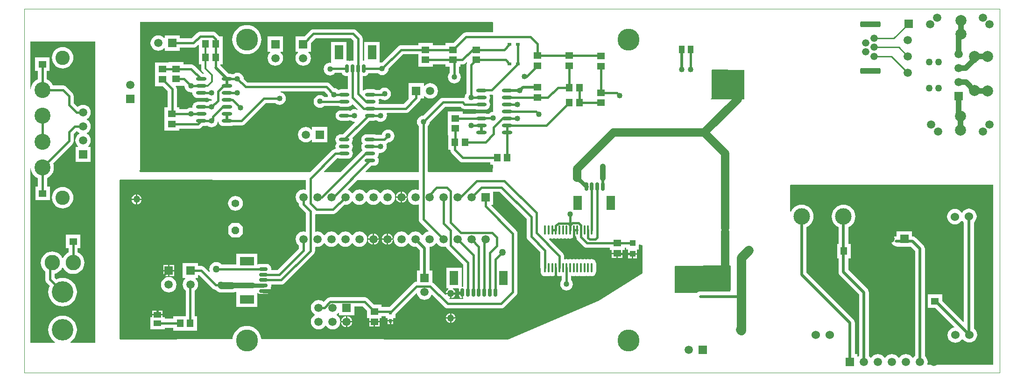
<source format=gtl>
%FSLAX25Y25*%
%MOIN*%
G70*
G01*
G75*
G04 Layer_Physical_Order=1*
G04 Layer_Color=255*
G04:AMPARAMS|DCode=10|XSize=23.62mil|YSize=61.02mil|CornerRadius=5.91mil|HoleSize=0mil|Usage=FLASHONLY|Rotation=0.000|XOffset=0mil|YOffset=0mil|HoleType=Round|Shape=RoundedRectangle|*
%AMROUNDEDRECTD10*
21,1,0.02362,0.04921,0,0,0.0*
21,1,0.01181,0.06102,0,0,0.0*
1,1,0.01181,0.00591,-0.02461*
1,1,0.01181,-0.00591,-0.02461*
1,1,0.01181,-0.00591,0.02461*
1,1,0.01181,0.00591,0.02461*
%
%ADD10ROUNDEDRECTD10*%
%ADD11R,0.05906X0.09843*%
%ADD12O,0.07480X0.02362*%
%ADD13O,0.01378X0.07087*%
%ADD14R,0.09843X0.05906*%
G04:AMPARAMS|DCode=15|XSize=23.62mil|YSize=61.02mil|CornerRadius=5.91mil|HoleSize=0mil|Usage=FLASHONLY|Rotation=270.000|XOffset=0mil|YOffset=0mil|HoleType=Round|Shape=RoundedRectangle|*
%AMROUNDEDRECTD15*
21,1,0.02362,0.04921,0,0,270.0*
21,1,0.01181,0.06102,0,0,270.0*
1,1,0.01181,-0.02461,-0.00591*
1,1,0.01181,-0.02461,0.00591*
1,1,0.01181,0.02461,0.00591*
1,1,0.01181,0.02461,-0.00591*
%
%ADD15ROUNDEDRECTD15*%
%ADD16R,0.04724X0.05315*%
%ADD17R,0.05315X0.04724*%
%ADD18R,0.05709X0.04528*%
%ADD19R,0.04528X0.05709*%
%ADD20R,0.04134X0.04331*%
%ADD21R,0.05315X0.03937*%
%ADD22R,0.03937X0.05315*%
%ADD23R,0.03150X0.01969*%
%ADD24R,0.01969X0.03150*%
%ADD25C,0.02000*%
%ADD26C,0.01500*%
%ADD27C,0.03000*%
%ADD28C,0.01300*%
%ADD29C,0.05000*%
%ADD30C,0.04000*%
%ADD31C,0.06500*%
%ADD32C,0.06000*%
%ADD33C,0.03937*%
%ADD34C,0.01000*%
%ADD35C,0.00100*%
%ADD36C,0.05906*%
%ADD37R,0.05906X0.05906*%
%ADD38C,0.11024*%
%ADD39C,0.15354*%
%ADD40C,0.06000*%
%ADD41C,0.11417*%
%ADD42R,0.05906X0.05906*%
%ADD43P,0.05966X8X112.5*%
%ADD44C,0.05512*%
%ADD45C,0.11811*%
%ADD46C,0.07874*%
%ADD47C,0.05213*%
G04:AMPARAMS|DCode=48|XSize=42.52mil|YSize=145.67mil|CornerRadius=10.63mil|HoleSize=0mil|Usage=FLASHONLY|Rotation=270.000|XOffset=0mil|YOffset=0mil|HoleType=Round|Shape=RoundedRectangle|*
%AMROUNDEDRECTD48*
21,1,0.04252,0.12441,0,0,270.0*
21,1,0.02126,0.14567,0,0,270.0*
1,1,0.02126,-0.06221,-0.01063*
1,1,0.02126,-0.06221,0.01063*
1,1,0.02126,0.06221,0.01063*
1,1,0.02126,0.06221,-0.01063*
%
%ADD48ROUNDEDRECTD48*%
%ADD49C,0.05000*%
%ADD50C,0.04000*%
%ADD51C,0.02000*%
%ADD52C,0.06200*%
%ADD53C,0.02284*%
%ADD54C,0.10236*%
%ADD55C,0.15700*%
G36*
X50450Y21600D02*
X32844D01*
X32723Y22085D01*
X32932Y22197D01*
X34481Y23468D01*
X35753Y25018D01*
X36698Y26786D01*
X37280Y28705D01*
X37477Y30700D01*
X37280Y32695D01*
X36698Y34613D01*
X35753Y36381D01*
X34481Y37931D01*
X32932Y39202D01*
X31164Y40148D01*
X29245Y40729D01*
X27250Y40926D01*
X25255Y40729D01*
X23337Y40148D01*
X21569Y39202D01*
X20019Y37931D01*
X18747Y36381D01*
X17802Y34613D01*
X17220Y32695D01*
X17024Y30700D01*
X17220Y28705D01*
X17802Y26786D01*
X18747Y25018D01*
X20019Y23468D01*
X21569Y22197D01*
X21778Y22085D01*
X21656Y21600D01*
X4050D01*
Y146190D01*
X4550Y146214D01*
X4660Y145090D01*
X5130Y143543D01*
X5892Y142117D01*
X6918Y140867D01*
X8168Y139841D01*
X9594Y139079D01*
X9672Y139055D01*
Y133104D01*
X7793D01*
Y123380D01*
X18108D01*
Y133104D01*
X16228D01*
Y139251D01*
X17333Y139841D01*
X18583Y140867D01*
X19609Y142117D01*
X20371Y143543D01*
X20840Y145090D01*
X20999Y146700D01*
X20840Y148309D01*
X20411Y149724D01*
X34168Y163482D01*
X34168Y163482D01*
X34168Y163482D01*
X34689Y164161D01*
X34853Y164556D01*
X35017Y164951D01*
X35072Y165375D01*
X35128Y165800D01*
Y170742D01*
X37101Y172715D01*
X37600Y172682D01*
X37961Y172211D01*
X39083Y171350D01*
Y170850D01*
X37961Y169989D01*
X37087Y168850D01*
X36538Y167524D01*
X36351Y166100D01*
X36538Y164676D01*
X37087Y163350D01*
X37961Y162211D01*
X38202Y162026D01*
X38041Y161553D01*
X36398D01*
Y150647D01*
X47303D01*
Y161553D01*
X45659D01*
X45498Y162026D01*
X45739Y162211D01*
X46613Y163350D01*
X47163Y164676D01*
X47350Y166100D01*
X47163Y167524D01*
X46613Y168850D01*
X45739Y169989D01*
X44617Y170850D01*
Y171350D01*
X45739Y172211D01*
X46613Y173350D01*
X47163Y174677D01*
X47350Y176100D01*
X47163Y177524D01*
X46613Y178850D01*
X45739Y179989D01*
X44617Y180850D01*
Y181350D01*
X45739Y182211D01*
X46613Y183350D01*
X47163Y184677D01*
X47350Y186100D01*
X47163Y187523D01*
X46613Y188850D01*
X45739Y189989D01*
X44600Y190863D01*
X43274Y191412D01*
X41850Y191600D01*
X40427Y191412D01*
X39100Y190863D01*
X37961Y189989D01*
X37807Y189979D01*
X35128Y192658D01*
Y197800D01*
X35017Y198648D01*
X34689Y199439D01*
X34394Y199823D01*
X34168Y200118D01*
X29769Y204518D01*
X29090Y205038D01*
X28694Y205202D01*
X28299Y205366D01*
X27875Y205422D01*
X27451Y205478D01*
X20306D01*
X19609Y206782D01*
X18583Y208032D01*
X17333Y209058D01*
X16028Y209755D01*
Y215696D01*
X17908D01*
Y225420D01*
X7593D01*
Y215696D01*
X9472D01*
Y209755D01*
X8168Y209058D01*
X6918Y208032D01*
X5892Y206782D01*
X5130Y205356D01*
X4660Y203809D01*
X4550Y202685D01*
X4050Y202709D01*
Y236800D01*
X50450D01*
Y21600D01*
D02*
G37*
G36*
X334514Y198601D02*
X334482Y186530D01*
X333376Y186384D01*
X332281Y185931D01*
X331430Y185278D01*
X329887D01*
X329650Y185376D01*
X328689Y185503D01*
X323571D01*
X322610Y185376D01*
X321866Y185068D01*
X312805D01*
Y186706D01*
X302096D01*
Y177178D01*
Y169894D01*
X302523D01*
Y159546D01*
X304009D01*
Y159363D01*
X304065Y158939D01*
X304121Y158515D01*
X304285Y158119D01*
X304449Y157724D01*
X304969Y157045D01*
X310632Y151382D01*
X311311Y150861D01*
X312102Y150534D01*
X312950Y150422D01*
X313710Y150522D01*
X332546D01*
Y148643D01*
X334029D01*
X334382Y148289D01*
X334369Y143500D01*
X288382Y143482D01*
X288028Y143835D01*
Y176180D01*
X288681Y177031D01*
X289135Y178125D01*
X289274Y179188D01*
X300108Y190022D01*
X311392D01*
X311943Y189472D01*
X312237Y189246D01*
X312621Y188951D01*
X313017Y188787D01*
X313412Y188623D01*
X313836Y188568D01*
X314261Y188512D01*
X321866D01*
X322610Y188203D01*
X323571Y188077D01*
X328689D01*
X329650Y188203D01*
X330545Y188574D01*
X331314Y189164D01*
X331904Y189933D01*
X332275Y190829D01*
X332402Y191790D01*
X332275Y192751D01*
X331904Y193646D01*
X331411Y194290D01*
X331904Y194933D01*
X332275Y195829D01*
X332402Y196790D01*
X332275Y197751D01*
X331988Y198444D01*
X332266Y198860D01*
X333598D01*
X334023Y198916D01*
X334138Y198931D01*
X334514Y198601D01*
D02*
G37*
G36*
X513850Y216583D02*
Y195344D01*
X489899D01*
X489708Y195806D01*
X490450Y196548D01*
Y216388D01*
X490805Y216741D01*
X513850Y216583D01*
D02*
G37*
G36*
X504107Y76426D02*
X504050Y60000D01*
X503952Y58130D01*
X492805D01*
X492697Y58116D01*
X482386D01*
X481472Y57996D01*
X480621Y57643D01*
X479900Y57090D01*
X464368D01*
Y76086D01*
X464772Y76490D01*
X503753Y76779D01*
X504107Y76426D01*
D02*
G37*
G36*
X295230Y91687D02*
X296369Y90813D01*
X297695Y90263D01*
X299119Y90076D01*
X300542Y90263D01*
X300542Y90263D01*
X300542Y90263D01*
X300873Y90363D01*
X300873Y90363D01*
X300873D01*
X301037Y89967D01*
X301200Y89572D01*
X301721Y88893D01*
X313189Y77425D01*
Y61622D01*
X313141Y61582D01*
X312103D01*
Y75221D01*
X301198D01*
Y60379D01*
X302553D01*
X302650Y59888D01*
X302485Y59820D01*
X301754Y59259D01*
X301193Y58528D01*
X300840Y57676D01*
X300786Y57263D01*
X307715D01*
X307660Y57676D01*
X307308Y58528D01*
X306747Y59259D01*
X306015Y59820D01*
X305850Y59888D01*
X305948Y60379D01*
X310027D01*
X310344Y59992D01*
X310338Y59961D01*
Y58000D01*
X312550D01*
Y57500D01*
X312759D01*
Y55039D01*
X312865Y54233D01*
X313050Y53786D01*
Y53418D01*
X313119D01*
X313151Y53365D01*
X313271Y52765D01*
X313228Y52678D01*
X303620D01*
X303356Y53103D01*
X303470Y53335D01*
X303750Y53298D01*
Y56263D01*
X300786D01*
X300823Y55983D01*
X300374Y55761D01*
X291915Y64221D01*
X291236Y64742D01*
X291053Y64818D01*
Y73153D01*
X289130D01*
Y89095D01*
X289060Y89628D01*
X289075Y89744D01*
X289353Y90107D01*
X290542Y90263D01*
X291869Y90813D01*
X293008Y91687D01*
X293869Y92809D01*
X294369D01*
X295230Y91687D01*
D02*
G37*
G36*
X200772Y137889D02*
Y131237D01*
X200396Y130907D01*
X199119Y131075D01*
X197696Y130888D01*
X196369Y130339D01*
X195230Y129465D01*
X194356Y128325D01*
X193807Y126999D01*
X193619Y125576D01*
X193807Y124152D01*
X194356Y122826D01*
X195230Y121687D01*
X195772Y121271D01*
Y120600D01*
X195828Y120176D01*
X195884Y119752D01*
X196048Y119356D01*
X196211Y118961D01*
X196732Y118282D01*
X196732Y118282D01*
X196732Y118282D01*
X200872Y114142D01*
Y101224D01*
X200496Y100894D01*
X199119Y101075D01*
X197696Y100888D01*
X196369Y100339D01*
X195230Y99464D01*
X194356Y98326D01*
X193807Y96999D01*
X193619Y95576D01*
X193807Y94152D01*
X194356Y92826D01*
X195230Y91687D01*
X195772Y91271D01*
Y88658D01*
X180593Y73478D01*
X176156D01*
X176128Y73510D01*
Y74691D01*
X176022Y75497D01*
X175710Y76249D01*
X175215Y76895D01*
X174570Y77390D01*
X173818Y77701D01*
X173011Y77808D01*
X168090D01*
X167283Y77701D01*
X166587Y77413D01*
X166435Y77515D01*
X166172Y77859D01*
Y85153D01*
X151329D01*
Y77378D01*
X140737D01*
X140516Y77666D01*
X139472Y78468D01*
X138256Y78971D01*
X136950Y79143D01*
X135645Y78971D01*
X134429Y78468D01*
X133384Y77666D01*
X132583Y76622D01*
X132079Y75405D01*
X131907Y74100D01*
X132079Y72795D01*
X132252Y72378D01*
X131836Y72100D01*
X128518Y75418D01*
X127839Y75939D01*
X127444Y76103D01*
X127048Y76266D01*
X126624Y76322D01*
X126200Y76378D01*
X123875D01*
Y78553D01*
X112969D01*
Y67647D01*
X114613D01*
X114774Y67174D01*
X114533Y66989D01*
X113659Y65850D01*
X113110Y64524D01*
X112922Y63100D01*
X113110Y61677D01*
X113659Y60350D01*
X114533Y59211D01*
X115064Y58804D01*
Y40457D01*
X106196D01*
Y38727D01*
X100157D01*
Y39917D01*
X98658D01*
Y41051D01*
X91343D01*
Y39917D01*
X89842D01*
Y30980D01*
X100157D01*
Y32171D01*
X106196D01*
Y30143D01*
X123204D01*
Y40457D01*
X121620D01*
Y58681D01*
X122311Y59211D01*
X123185Y60350D01*
X123734Y61677D01*
X123922Y63100D01*
X123734Y64524D01*
X123185Y65850D01*
X122311Y66989D01*
X122070Y67174D01*
X122231Y67647D01*
X123875D01*
Y69822D01*
X124842D01*
X134314Y60350D01*
X134314Y60350D01*
X134314D01*
X134314Y60350D01*
X134314D01*
X134314Y60350D01*
Y60350D01*
Y60350D01*
D01*
D01*
X134314D01*
Y60350D01*
X134993Y59829D01*
X135388Y59666D01*
X135783Y59502D01*
X136207Y59446D01*
X136368Y59425D01*
X136616Y59102D01*
X136768Y58986D01*
X136884Y58834D01*
X137929Y58033D01*
X139145Y57529D01*
X140450Y57357D01*
X147975D01*
X149281Y57529D01*
X150083Y57861D01*
X151329D01*
D01*
Y57853D01*
X151329Y57508D01*
X151329Y57508D01*
X151329D01*
Y46947D01*
X166172D01*
Y57056D01*
X166650Y57201D01*
X166943Y56763D01*
X167469Y56411D01*
X168090Y56288D01*
X173011D01*
X173632Y56411D01*
X174158Y56763D01*
X174509Y57289D01*
X174633Y57910D01*
Y59091D01*
X174621Y59149D01*
X175215Y59605D01*
X175710Y60251D01*
X176022Y61003D01*
X176128Y61809D01*
Y62990D01*
X176156Y63022D01*
X183350D01*
X183774Y63078D01*
X184199Y63134D01*
X184594Y63297D01*
X184989Y63461D01*
X185668Y63982D01*
X185668Y63982D01*
X185668Y63982D01*
X206468Y84782D01*
X206694Y85077D01*
X206989Y85461D01*
X207317Y86252D01*
X207428Y87100D01*
Y89919D01*
X207804Y90249D01*
X209119Y90076D01*
X210542Y90263D01*
X211869Y90813D01*
X213008Y91687D01*
X213869Y92809D01*
X214369D01*
X215230Y91687D01*
X216369Y90813D01*
X217695Y90263D01*
X219119Y90076D01*
X220542Y90263D01*
X221869Y90813D01*
X223008Y91687D01*
X223869Y92809D01*
X224369D01*
X225230Y91687D01*
X226369Y90813D01*
X227695Y90263D01*
X229119Y90076D01*
X230542Y90263D01*
X231869Y90813D01*
X233008Y91687D01*
X233869Y92809D01*
X234369D01*
X235230Y91687D01*
X236369Y90813D01*
X237696Y90263D01*
X239119Y90076D01*
X240542Y90263D01*
X241869Y90813D01*
X243008Y91687D01*
X243882Y92826D01*
X244431Y94152D01*
X244619Y95576D01*
X244431Y96999D01*
X243882Y98326D01*
X243008Y99464D01*
X241869Y100339D01*
X240542Y100888D01*
X239119Y101075D01*
X237696Y100888D01*
X236369Y100339D01*
X235230Y99464D01*
X234369Y98342D01*
X233869D01*
X233008Y99464D01*
X231869Y100339D01*
X230542Y100888D01*
X229119Y101075D01*
X227695Y100888D01*
X226369Y100339D01*
X225230Y99464D01*
X224369Y98342D01*
X223869D01*
X223008Y99464D01*
X221869Y100339D01*
X220542Y100888D01*
X219119Y101075D01*
X217695Y100888D01*
X216369Y100339D01*
X215230Y99464D01*
X214369Y98342D01*
X213869D01*
X213008Y99464D01*
X211869Y100339D01*
X210542Y100888D01*
X209119Y101075D01*
X207804Y100902D01*
X207428Y101232D01*
Y113277D01*
X207804Y113607D01*
X208026Y113578D01*
X208450Y113522D01*
X220359D01*
X220783Y113578D01*
X221207Y113634D01*
X221603Y113797D01*
X221998Y113961D01*
X222677Y114482D01*
X222677Y114482D01*
X222677Y114482D01*
X228369Y120175D01*
X229119Y120076D01*
X230542Y120263D01*
X231869Y120813D01*
X233008Y121687D01*
X233869Y122809D01*
X234369D01*
X235230Y121687D01*
X236369Y120813D01*
X237696Y120263D01*
X239119Y120076D01*
X240542Y120263D01*
X241869Y120813D01*
X243008Y121687D01*
X243869Y122809D01*
X244369D01*
X245230Y121687D01*
X246369Y120813D01*
X247695Y120263D01*
X249119Y120076D01*
X250542Y120263D01*
X251869Y120813D01*
X253008Y121687D01*
X253869Y122809D01*
X254369D01*
X255230Y121687D01*
X256369Y120813D01*
X257696Y120263D01*
X259119Y120076D01*
X260542Y120263D01*
X261869Y120813D01*
X263008Y121687D01*
X263882Y122826D01*
X264431Y124152D01*
X264619Y125576D01*
X264431Y126999D01*
X263882Y128325D01*
X263008Y129465D01*
X261869Y130339D01*
X260542Y130888D01*
X259119Y131075D01*
X257696Y130888D01*
X256369Y130339D01*
X255230Y129465D01*
X254369Y128342D01*
X253869D01*
X253008Y129465D01*
X251869Y130339D01*
X250542Y130888D01*
X249119Y131075D01*
X247695Y130888D01*
X246369Y130339D01*
X245230Y129465D01*
X244369Y128342D01*
X243869D01*
X243008Y129465D01*
X241869Y130339D01*
X240542Y130888D01*
X239119Y131075D01*
X237696Y130888D01*
X236369Y130339D01*
X235230Y129465D01*
X234369Y128342D01*
X233869D01*
X233008Y129465D01*
X231869Y130339D01*
X230947Y130721D01*
X230849Y131211D01*
X237443Y137805D01*
X281472Y137704D01*
Y130953D01*
X281056Y130675D01*
X280542Y130888D01*
X279119Y131075D01*
X277695Y130888D01*
X276369Y130339D01*
X275230Y129465D01*
X274356Y128325D01*
X273807Y126999D01*
X273619Y125576D01*
X273807Y124152D01*
X274356Y122826D01*
X275230Y121687D01*
X276369Y120813D01*
X277695Y120263D01*
X279119Y120076D01*
X280542Y120263D01*
X281056Y120476D01*
X281472Y120198D01*
Y109791D01*
X281528Y109367D01*
X281584Y108943D01*
X281748Y108548D01*
X281911Y108152D01*
X282432Y107473D01*
X282432Y107473D01*
X282432Y107473D01*
X288464Y101442D01*
X288304Y100968D01*
X287696Y100888D01*
X286369Y100339D01*
X285230Y99464D01*
X284369Y98342D01*
X283869D01*
X283008Y99464D01*
X281869Y100339D01*
X280542Y100888D01*
X279119Y101075D01*
X277695Y100888D01*
X276369Y100339D01*
X275230Y99464D01*
X274369Y98342D01*
X273869D01*
X273008Y99464D01*
X271869Y100339D01*
X270542Y100888D01*
X269119Y101075D01*
X267695Y100888D01*
X266369Y100339D01*
X265230Y99464D01*
X264356Y98326D01*
X263807Y96999D01*
X263619Y95576D01*
X263807Y94152D01*
X264356Y92826D01*
X265230Y91687D01*
X266369Y90813D01*
X267695Y90263D01*
X269119Y90076D01*
X270542Y90263D01*
X271869Y90813D01*
X273008Y91687D01*
X273869Y92809D01*
X274369D01*
X275230Y91687D01*
X276369Y90813D01*
X277695Y90263D01*
X279119Y90076D01*
X279567Y90135D01*
X282070Y87632D01*
Y73153D01*
X280147D01*
Y65181D01*
X280003D01*
X279154Y65069D01*
X278595Y64837D01*
X278364Y64742D01*
X278069Y64515D01*
X277685Y64221D01*
X260739Y47275D01*
X257816D01*
Y47120D01*
X254958D01*
Y48704D01*
X249574D01*
X245199Y53079D01*
X244520Y53600D01*
X244125Y53764D01*
X243729Y53927D01*
X243305Y53983D01*
X242881Y54039D01*
X218259D01*
X217835Y53983D01*
X217411Y53927D01*
X217015Y53764D01*
X216620Y53600D01*
X215941Y53079D01*
X213561Y50699D01*
X212750Y51321D01*
X211423Y51871D01*
X210000Y52058D01*
X208576Y51871D01*
X207250Y51321D01*
X206111Y50447D01*
X205237Y49308D01*
X204688Y47982D01*
X204500Y46558D01*
X204688Y45135D01*
X205237Y43808D01*
X206111Y42669D01*
X207233Y41808D01*
Y41308D01*
X206111Y40447D01*
X205237Y39308D01*
X204688Y37982D01*
X204500Y36558D01*
X204688Y35135D01*
X205237Y33808D01*
X206111Y32669D01*
X207250Y31795D01*
X208576Y31246D01*
X210000Y31058D01*
X211423Y31246D01*
X212750Y31795D01*
X213889Y32669D01*
X214750Y33791D01*
X215250D01*
X216111Y32669D01*
X217250Y31795D01*
X218577Y31246D01*
X220000Y31058D01*
X221423Y31246D01*
X222750Y31795D01*
X223889Y32669D01*
X224763Y33808D01*
X225312Y35135D01*
X225500Y36558D01*
X225312Y37982D01*
X224763Y39308D01*
X223889Y40447D01*
X222767Y41308D01*
Y41808D01*
X223889Y42669D01*
X224074Y42910D01*
X224547Y42749D01*
Y41105D01*
X235453D01*
Y47483D01*
X241523D01*
X244643Y44363D01*
Y38980D01*
X246143D01*
Y37058D01*
X253458D01*
Y38980D01*
X254958D01*
Y40564D01*
X257816D01*
Y39125D01*
X259316D01*
Y37700D01*
X263284D01*
Y39125D01*
X264784D01*
Y42048D01*
X279740Y57004D01*
X280213Y56843D01*
X280288Y56277D01*
X280837Y54950D01*
X281711Y53811D01*
X282850Y52937D01*
X284176Y52388D01*
X285600Y52200D01*
X287023Y52388D01*
X288350Y52937D01*
X289489Y53811D01*
X290363Y54950D01*
X290645Y55631D01*
X291136Y55729D01*
X299782Y47082D01*
X300077Y46856D01*
X300461Y46561D01*
X301252Y46234D01*
X302100Y46122D01*
X340300D01*
X340724Y46178D01*
X341148Y46234D01*
X341544Y46397D01*
X341939Y46561D01*
X342618Y47082D01*
X342618Y47082D01*
X342618Y47082D01*
X350918Y55382D01*
X351144Y55677D01*
X351439Y56061D01*
X351766Y56852D01*
X351878Y57700D01*
Y99611D01*
X351878Y99611D01*
X351878Y99611D01*
Y99611D01*
X351878D01*
X351878Y99611D01*
X351766Y100460D01*
X351439Y101250D01*
X350918Y101929D01*
X333186Y119661D01*
X333378Y120123D01*
X334572D01*
Y129322D01*
X339293D01*
X358472Y110142D01*
Y97300D01*
X358528Y96876D01*
X358584Y96452D01*
X358748Y96056D01*
X358911Y95661D01*
X359432Y94982D01*
X359432Y94982D01*
X359432Y94982D01*
X368338Y86076D01*
Y75214D01*
X368400Y74746D01*
Y72360D01*
X368510Y71527D01*
X368831Y70752D01*
X369342Y70086D01*
X370008Y69574D01*
X370784Y69253D01*
X371617Y69143D01*
X372449Y69253D01*
X372896Y69438D01*
X373343Y69253D01*
X374176Y69143D01*
X375008Y69253D01*
X375455Y69438D01*
X375902Y69253D01*
X376734Y69143D01*
X377567Y69253D01*
X378343Y69574D01*
X379009Y70086D01*
X379044Y70131D01*
X379544D01*
X379578Y70086D01*
X380244Y69574D01*
X381020Y69253D01*
X381853Y69143D01*
X382685Y69253D01*
X383132Y69438D01*
X383579Y69253D01*
X383693Y69238D01*
Y66540D01*
X383040Y65690D01*
X382587Y64595D01*
X382432Y63420D01*
X382587Y62246D01*
X383040Y61151D01*
X383761Y60211D01*
X384701Y59490D01*
X385796Y59036D01*
X386971Y58882D01*
X388145Y59036D01*
X389240Y59490D01*
X390180Y60211D01*
X390901Y61151D01*
X391355Y62246D01*
X391510Y63420D01*
X391355Y64595D01*
X390901Y65690D01*
X390249Y66540D01*
Y69238D01*
X390362Y69253D01*
X390809Y69438D01*
X391256Y69253D01*
X392089Y69143D01*
X392921Y69253D01*
X393368Y69438D01*
X393815Y69253D01*
X394648Y69143D01*
X395480Y69253D01*
X395927Y69438D01*
X396374Y69253D01*
X397207Y69143D01*
X398039Y69253D01*
X398486Y69438D01*
X398934Y69253D01*
X399766Y69143D01*
X400599Y69253D01*
X401046Y69438D01*
X401493Y69253D01*
X402325Y69143D01*
X403158Y69253D01*
X403605Y69438D01*
X404052Y69253D01*
X404884Y69143D01*
X405717Y69253D01*
X406492Y69574D01*
X407159Y70086D01*
X407670Y70752D01*
X407991Y71527D01*
X408101Y72360D01*
Y78069D01*
X407991Y78901D01*
X407670Y79677D01*
X407159Y80343D01*
X406492Y80854D01*
X405717Y81175D01*
X404884Y81285D01*
X404052Y81175D01*
X403605Y80990D01*
X403158Y81175D01*
X402325Y81285D01*
X401493Y81175D01*
X401046Y80990D01*
X400599Y81175D01*
X399766Y81285D01*
X398934Y81175D01*
X398486Y80990D01*
X398039Y81175D01*
X397207Y81285D01*
X396374Y81175D01*
X395927Y80990D01*
X395480Y81175D01*
X394648Y81285D01*
X393815Y81175D01*
X393368Y80990D01*
X392921Y81175D01*
X392089Y81285D01*
X391256Y81175D01*
X390809Y80990D01*
X390362Y81175D01*
X389530Y81285D01*
X388697Y81175D01*
X388250Y80990D01*
X387803Y81175D01*
X386971Y81285D01*
X386138Y81175D01*
X385691Y80990D01*
X385244Y81175D01*
X385131Y81190D01*
Y83598D01*
X385075Y84022D01*
X385019Y84446D01*
X384855Y84841D01*
X384692Y85237D01*
X384171Y85916D01*
X374571Y95515D01*
X374732Y95988D01*
X375008Y96025D01*
X375455Y96210D01*
X375902Y96025D01*
X376734Y95915D01*
X377567Y96025D01*
X378014Y96210D01*
X378461Y96025D01*
X379294Y95915D01*
X380126Y96025D01*
X380573Y96210D01*
X381020Y96025D01*
X381853Y95915D01*
X382685Y96025D01*
X383132Y96210D01*
X383579Y96025D01*
X384412Y95915D01*
X385244Y96025D01*
X385691Y96210D01*
X386138Y96025D01*
X386971Y95915D01*
X387803Y96025D01*
X388250Y96210D01*
X388697Y96025D01*
X389530Y95915D01*
X390362Y96025D01*
X391138Y96346D01*
X391804Y96857D01*
X392253Y97442D01*
X392748Y97540D01*
X393307Y97914D01*
X393430D01*
X393929Y97581D01*
Y97043D01*
X393985Y96619D01*
X394041Y96195D01*
X394204Y95800D01*
X394368Y95404D01*
X394889Y94725D01*
X394889Y94725D01*
X394889Y94725D01*
X399260Y90355D01*
X399555Y90128D01*
X399939Y89834D01*
X400498Y89602D01*
X400729Y89506D01*
X400828Y89493D01*
X401578Y89394D01*
X417728D01*
Y87909D01*
X419228D01*
Y85889D01*
X426936D01*
Y87909D01*
X428436D01*
Y89559D01*
X429515D01*
Y88172D01*
X431015D01*
Y88172D01*
Y88128D01*
X431015Y87818D01*
X431015Y87818D01*
X431015D01*
Y85463D01*
X437149D01*
Y87818D01*
X437149Y87818D01*
D01*
D01*
X437149Y88128D01*
D01*
X437192Y88172D01*
X438649D01*
Y91560D01*
X439057Y91849D01*
X441050Y91148D01*
X441150Y71063D01*
X409750Y51310D01*
X345250Y23900D01*
X169053Y24108D01*
X169004Y24724D01*
X168624Y26308D01*
X168001Y27813D01*
X167149Y29202D01*
X166092Y30441D01*
X164853Y31499D01*
X163464Y32350D01*
X161959Y32974D01*
X160374Y33354D01*
X158750Y33482D01*
X157126Y33354D01*
X155542Y32974D01*
X154037Y32350D01*
X152648Y31499D01*
X151409Y30441D01*
X150351Y29202D01*
X149500Y27813D01*
X148876Y26308D01*
X148496Y24724D01*
X148445Y24070D01*
X68381Y23618D01*
X68026Y23971D01*
Y137839D01*
X68380Y138192D01*
X200772Y137889D01*
D02*
G37*
G36*
X691450Y134450D02*
Y5691D01*
X691350Y5650D01*
Y5650D01*
X691350Y5650D01*
X644691D01*
X644413Y6066D01*
X644563Y6427D01*
X644750Y7850D01*
X644563Y9273D01*
X644013Y10600D01*
X643139Y11739D01*
X642780Y12014D01*
Y88650D01*
X642660Y89564D01*
X642308Y90415D01*
X641747Y91146D01*
X636347Y96546D01*
X635615Y97107D01*
X634764Y97460D01*
X633850Y97580D01*
X633503D01*
Y101103D01*
X622598D01*
Y97580D01*
X622250D01*
X621337Y97460D01*
X620485Y97107D01*
X619754Y96546D01*
X619193Y95815D01*
X618840Y94964D01*
X618720Y94050D01*
X618840Y93136D01*
X619193Y92285D01*
X619754Y91554D01*
X620485Y90993D01*
X621337Y90640D01*
X622250Y90520D01*
X622598D01*
Y90197D01*
X632711D01*
X635720Y87188D01*
Y12014D01*
X635361Y11739D01*
X634500Y10617D01*
X634000D01*
X633139Y11739D01*
X632000Y12613D01*
X630674Y13162D01*
X629250Y13350D01*
X627827Y13162D01*
X626500Y12613D01*
X625361Y11739D01*
X624500Y10617D01*
X624000D01*
X623139Y11739D01*
X622000Y12613D01*
X620674Y13162D01*
X619250Y13350D01*
X617827Y13162D01*
X616500Y12613D01*
X615361Y11739D01*
X614500Y10617D01*
X614000D01*
X613139Y11739D01*
X612000Y12613D01*
X610674Y13162D01*
X609250Y13350D01*
X607827Y13162D01*
X606500Y12613D01*
X605361Y11739D01*
X604500Y10617D01*
X604000D01*
X603139Y11739D01*
X602780Y12014D01*
Y57550D01*
X602660Y58464D01*
X602308Y59315D01*
X601747Y60046D01*
X588231Y73562D01*
Y81893D01*
X589771D01*
Y92207D01*
X588231D01*
Y104056D01*
X589393Y104677D01*
X590673Y105728D01*
X591723Y107008D01*
X592504Y108468D01*
X592984Y110052D01*
X593147Y111700D01*
X592984Y113348D01*
X592504Y114932D01*
X591723Y116393D01*
X590673Y117672D01*
X589393Y118723D01*
X587933Y119503D01*
X586348Y119984D01*
X584700Y120146D01*
X583053Y119984D01*
X581468Y119503D01*
X580008Y118723D01*
X578728Y117672D01*
X577678Y116393D01*
X576897Y114932D01*
X576417Y113348D01*
X576254Y111700D01*
X576417Y110052D01*
X576897Y108468D01*
X577678Y107008D01*
X578728Y105728D01*
X580008Y104677D01*
X581170Y104056D01*
Y92207D01*
X580046D01*
Y81893D01*
X581170D01*
Y72100D01*
X581291Y71186D01*
X581643Y70335D01*
X582204Y69604D01*
X595720Y56088D01*
Y12014D01*
X595361Y11739D01*
X595177Y11498D01*
X594703Y11659D01*
Y13303D01*
X592780D01*
Y35750D01*
X592660Y36664D01*
X592308Y37515D01*
X591747Y38246D01*
X558331Y71662D01*
Y104156D01*
X559493Y104777D01*
X560773Y105828D01*
X561823Y107107D01*
X562604Y108568D01*
X563084Y110152D01*
X563247Y111800D01*
X563084Y113448D01*
X562604Y115032D01*
X561823Y116492D01*
X560773Y117772D01*
X559493Y118823D01*
X558033Y119603D01*
X556448Y120084D01*
X554801Y120246D01*
X553153Y120084D01*
X551568Y119603D01*
X550108Y118823D01*
X548828Y117772D01*
X547778Y116492D01*
X547086Y115197D01*
X546600Y115319D01*
Y134196D01*
X546954Y134550D01*
X691450Y134450D01*
D02*
G37*
G36*
X334296Y250800D02*
X334649Y250446D01*
X334631Y243378D01*
X315119D01*
X314270Y243266D01*
X313711Y243035D01*
X313480Y242939D01*
X313185Y242713D01*
X312801Y242418D01*
X306078Y235695D01*
X300596D01*
Y234209D01*
X291408D01*
Y235794D01*
X281093D01*
Y234209D01*
X268982D01*
X268133Y234098D01*
X267343Y233770D01*
X266959Y233476D01*
X266664Y233249D01*
X255239Y221824D01*
X254176Y221684D01*
X254019Y221619D01*
X253603Y221897D01*
Y236521D01*
X242698D01*
Y223228D01*
X242641Y223178D01*
X241460D01*
X241395Y223235D01*
Y238783D01*
X241283Y239632D01*
X241052Y240191D01*
X240956Y240422D01*
X240730Y240717D01*
X240435Y241101D01*
X236918Y244618D01*
X236239Y245139D01*
X235844Y245303D01*
X235448Y245466D01*
X235024Y245522D01*
X234600Y245578D01*
X206360D01*
X205936Y245522D01*
X205511Y245466D01*
X205116Y245303D01*
X204721Y245139D01*
X204042Y244618D01*
X199817Y240393D01*
X193547D01*
Y229487D01*
X195191D01*
X195352Y229014D01*
X195111Y228829D01*
X194237Y227690D01*
X193688Y226364D01*
X193500Y224940D01*
X193688Y223517D01*
X194237Y222190D01*
X195111Y221051D01*
X196250Y220177D01*
X197576Y219628D01*
X199000Y219440D01*
X200424Y219628D01*
X201750Y220177D01*
X202889Y221051D01*
X203763Y222190D01*
X204312Y223517D01*
X204500Y224940D01*
X204312Y226364D01*
X203763Y227690D01*
X202889Y228829D01*
X202648Y229014D01*
X202809Y229487D01*
X204453D01*
Y235757D01*
X207718Y239022D01*
X233242D01*
X234839Y237425D01*
Y223235D01*
X234774Y223178D01*
X233593D01*
X232786Y223072D01*
X232217Y222836D01*
X231648Y223072D01*
X230841Y223178D01*
X229903D01*
Y236521D01*
X218998D01*
Y221923D01*
X218622Y221593D01*
X218150Y221655D01*
X216976Y221500D01*
X215881Y221047D01*
X214941Y220326D01*
X214220Y219386D01*
X213766Y218291D01*
X213612Y217116D01*
X213766Y215942D01*
X214220Y214847D01*
X214941Y213907D01*
X215881Y213186D01*
X216976Y212732D01*
X218150Y212577D01*
X219325Y212732D01*
X220420Y213186D01*
X221360Y213907D01*
X221678Y214322D01*
X226653D01*
X226960Y213581D01*
X227456Y212935D01*
X228101Y212440D01*
X228853Y212128D01*
X229660Y212022D01*
X230841D01*
X230906Y211965D01*
Y202627D01*
X230889Y202613D01*
X225771D01*
X224810Y202486D01*
X224094Y202190D01*
X223259Y202831D01*
X222164Y203284D01*
X221101Y203424D01*
X217908Y206618D01*
X217229Y207139D01*
X216833Y207303D01*
X216438Y207466D01*
X216014Y207522D01*
X215590Y207578D01*
X159069D01*
X156535Y210112D01*
X156395Y211175D01*
X155942Y212269D01*
X155220Y213209D01*
X154280Y213931D01*
X153186Y214384D01*
X152011Y214539D01*
X150836Y214384D01*
X149741Y213931D01*
X148906Y213290D01*
X148191Y213586D01*
X147230Y213713D01*
X145950D01*
X139839Y219825D01*
Y220311D01*
X141423D01*
Y230114D01*
Y240429D01*
X139207D01*
X139105Y240563D01*
X138879Y240857D01*
X136818Y242918D01*
X136139Y243439D01*
X135744Y243603D01*
X135348Y243766D01*
X134924Y243822D01*
X134500Y243878D01*
X125500D01*
X124652Y243766D01*
X124092Y243535D01*
X123861Y243439D01*
X123566Y243213D01*
X123182Y242918D01*
X119242Y238978D01*
X110953D01*
Y241153D01*
X100047D01*
Y239509D01*
X99574Y239348D01*
X99389Y239589D01*
X98250Y240463D01*
X96924Y241012D01*
X95500Y241200D01*
X94077Y241012D01*
X92750Y240463D01*
X91611Y239589D01*
X90737Y238450D01*
X90188Y237123D01*
X90000Y235700D01*
X90188Y234277D01*
X90737Y232950D01*
X91611Y231811D01*
X92750Y230937D01*
X94077Y230388D01*
X95500Y230200D01*
X96924Y230388D01*
X98250Y230937D01*
X99389Y231811D01*
X99574Y232052D01*
X100047Y231891D01*
Y230247D01*
X110953D01*
Y232422D01*
X120600D01*
X121024Y232478D01*
X121448Y232534D01*
X121844Y232697D01*
X122239Y232861D01*
X122918Y233382D01*
X123953Y234417D01*
X124415Y234226D01*
Y230114D01*
Y220311D01*
X126100D01*
Y217473D01*
X126100Y217473D01*
X126208Y216651D01*
X126526Y215885D01*
X127031Y215227D01*
X128082Y214175D01*
X127891Y213713D01*
X127090D01*
X121243Y219560D01*
X120564Y220081D01*
X120169Y220244D01*
X119774Y220408D01*
X119349Y220464D01*
X118925Y220520D01*
X113473D01*
Y222006D01*
X102765D01*
Y221850D01*
X93293D01*
Y212126D01*
Y204843D01*
X98677D01*
X102172Y201347D01*
Y189806D01*
X99896D01*
Y180278D01*
Y172994D01*
X110605D01*
Y174480D01*
X123925D01*
X124349Y174536D01*
X124774Y174592D01*
X125169Y174756D01*
X125564Y174919D01*
X126243Y175440D01*
X127090Y176287D01*
X128726D01*
X129687Y176414D01*
X130403Y176710D01*
X131238Y176069D01*
X132332Y175616D01*
X133507Y175461D01*
X134682Y175616D01*
X135776Y176069D01*
X136716Y176791D01*
X137438Y177731D01*
X137891Y178825D01*
X137972Y179442D01*
X138472D01*
X138525Y179039D01*
X138896Y178144D01*
X139486Y177375D01*
X140255Y176785D01*
X141151Y176414D01*
X142112Y176287D01*
X147230D01*
X148191Y176414D01*
X148935Y176722D01*
X154750D01*
X155175Y176778D01*
X155599Y176834D01*
X155994Y176997D01*
X156389Y177161D01*
X157068Y177682D01*
X172208Y192822D01*
X178930D01*
X179781Y192169D01*
X180876Y191716D01*
X182050Y191561D01*
X183225Y191716D01*
X184320Y192169D01*
X185260Y192890D01*
X185981Y193830D01*
X186434Y194925D01*
X186589Y196100D01*
X186434Y197274D01*
X185981Y198369D01*
X185260Y199309D01*
X184320Y200030D01*
X183225Y200484D01*
X182928Y200523D01*
X182960Y201022D01*
X214232D01*
X216466Y198788D01*
X216605Y197725D01*
X216660Y197594D01*
X216382Y197178D01*
X214159D01*
X213220Y197898D01*
X212125Y198352D01*
X210950Y198506D01*
X209776Y198352D01*
X208681Y197898D01*
X207741Y197177D01*
X207020Y196237D01*
X206566Y195142D01*
X206412Y193968D01*
X206566Y192793D01*
X207020Y191698D01*
X207741Y190758D01*
X208681Y190037D01*
X209776Y189584D01*
X210950Y189429D01*
X212125Y189584D01*
X213220Y190037D01*
X213982Y190622D01*
X224066D01*
X224810Y190314D01*
X225771Y190187D01*
X230889D01*
X231850Y190314D01*
X232745Y190685D01*
X233514Y191275D01*
X233946Y191837D01*
X234445Y191870D01*
X237963Y188352D01*
X237685Y187936D01*
X236845Y188284D01*
X235670Y188439D01*
X234495Y188284D01*
X233401Y187831D01*
X232565Y187190D01*
X231850Y187486D01*
X230889Y187613D01*
X225771D01*
X224810Y187486D01*
X223914Y187115D01*
X223146Y186525D01*
X222555Y185756D01*
X222184Y184861D01*
X222058Y183900D01*
X222184Y182939D01*
X222555Y182044D01*
X223146Y181275D01*
X223914Y180685D01*
X224810Y180314D01*
X225771Y180187D01*
X230889D01*
X231850Y180314D01*
X232565Y180610D01*
X233401Y179969D01*
X234495Y179516D01*
X235599Y179370D01*
X235760Y178897D01*
X227275Y170413D01*
X225639D01*
X224678Y170286D01*
X223783Y169915D01*
X223014Y169325D01*
X222424Y168556D01*
X222053Y167661D01*
X221926Y166700D01*
X222053Y165739D01*
X222424Y164844D01*
X222918Y164200D01*
X222424Y163556D01*
X222053Y162661D01*
X221926Y161700D01*
X222053Y160739D01*
X222189Y160410D01*
X221939Y159977D01*
X221102Y159866D01*
X220311Y159539D01*
X219927Y159244D01*
X219632Y159018D01*
X204063Y143448D01*
X82750Y143400D01*
X82001Y144312D01*
X82376Y144768D01*
Y250874D01*
X272330D01*
X334296Y250800D01*
D02*
G37*
G36*
X114303Y204888D02*
X114443Y203825D01*
X114896Y202731D01*
X115617Y201791D01*
X116557Y201069D01*
X117652Y200616D01*
X118827Y200461D01*
X119569Y200559D01*
X119922Y200205D01*
X119895Y200000D01*
X120021Y199039D01*
X120392Y198144D01*
X120983Y197375D01*
X121751Y196785D01*
X122647Y196414D01*
X123608Y196287D01*
X128726D01*
X129687Y196414D01*
X130403Y196710D01*
X131238Y196069D01*
X132332Y195616D01*
X133507Y195461D01*
X133686Y195485D01*
X133907Y195036D01*
X133395Y194524D01*
X132332Y194384D01*
X131238Y193931D01*
X130403Y193290D01*
X129687Y193586D01*
X128726Y193713D01*
X123608D01*
X122647Y193586D01*
X121751Y193215D01*
X120983Y192625D01*
X120392Y191856D01*
X120021Y190961D01*
X119895Y190000D01*
X119922Y189795D01*
X119569Y189441D01*
X118827Y189539D01*
X117652Y189384D01*
X116557Y188931D01*
X115761Y188320D01*
X110605D01*
Y189806D01*
X108728D01*
Y202705D01*
X108630Y203454D01*
X108617Y203553D01*
X108521Y203785D01*
X108289Y204344D01*
X107994Y204728D01*
X107981Y204746D01*
X108202Y205194D01*
X113473D01*
X113473Y205194D01*
Y205194D01*
X113843Y205348D01*
X114303Y204888D01*
D02*
G37*
G36*
X281093Y226069D02*
Y218786D01*
X291408D01*
Y220370D01*
X300596D01*
Y218884D01*
X303572D01*
Y214498D01*
X302920Y213647D01*
X302466Y212553D01*
X302311Y211378D01*
X302466Y210203D01*
X302920Y209108D01*
X303641Y208169D01*
X304581Y207447D01*
X305676Y206994D01*
X306850Y206839D01*
X308025Y206994D01*
X309120Y207447D01*
X310060Y208169D01*
X310781Y209108D01*
X311234Y210203D01*
X311389Y211378D01*
X311234Y212553D01*
X310781Y213647D01*
X310128Y214498D01*
Y218884D01*
X311305D01*
Y220370D01*
X312598D01*
X313023Y220426D01*
X313447Y220482D01*
X313842Y220645D01*
X314237Y220809D01*
X314916Y221330D01*
X314916Y221330D01*
X314916Y221330D01*
X315683Y222096D01*
X316058Y221767D01*
X315951Y221626D01*
X315787Y221231D01*
X315623Y220836D01*
X315567Y220412D01*
X315512Y219987D01*
Y199910D01*
X314859Y199059D01*
X314405Y197965D01*
X314251Y196790D01*
X314268Y196658D01*
X313872Y196353D01*
X313599Y196466D01*
X313175Y196522D01*
X312750Y196578D01*
X298750D01*
X298326Y196522D01*
X297902Y196466D01*
X297507Y196303D01*
X297111Y196139D01*
X296432Y195618D01*
X284639Y183824D01*
X283576Y183684D01*
X282481Y183231D01*
X281541Y182509D01*
X280820Y181569D01*
X280366Y180475D01*
X280211Y179300D01*
X280366Y178125D01*
X280820Y177031D01*
X281472Y176180D01*
Y143479D01*
X243756Y143464D01*
X243564Y143926D01*
X247625Y147987D01*
X249261D01*
X250222Y148114D01*
X251118Y148485D01*
X251887Y149075D01*
X252477Y149844D01*
X252848Y150739D01*
X252974Y151700D01*
X252848Y152661D01*
X252477Y153556D01*
X251983Y154200D01*
X252477Y154844D01*
X252848Y155739D01*
X252974Y156700D01*
X252947Y156905D01*
X253301Y157259D01*
X254042Y157161D01*
X255217Y157316D01*
X256312Y157769D01*
X257252Y158491D01*
X257973Y159431D01*
X258427Y160525D01*
X258581Y161700D01*
X258427Y162875D01*
X258237Y163332D01*
X258428Y163795D01*
X258589Y163861D01*
X259268Y164382D01*
X259662Y164776D01*
X260725Y164916D01*
X261820Y165369D01*
X262760Y166091D01*
X263481Y167031D01*
X263934Y168125D01*
X264089Y169300D01*
X263934Y170475D01*
X263481Y171569D01*
X262760Y172509D01*
X261820Y173231D01*
X260725Y173684D01*
X259550Y173839D01*
X258376Y173684D01*
X257281Y173231D01*
X256341Y172509D01*
X255620Y171569D01*
X255166Y170475D01*
X255101Y169978D01*
X250967D01*
X250222Y170286D01*
X249261Y170413D01*
X244143D01*
X243182Y170286D01*
X242287Y169915D01*
X241518Y169325D01*
X240928Y168556D01*
X240557Y167661D01*
X240430Y166700D01*
X240557Y165739D01*
X240928Y164844D01*
X241422Y164200D01*
X240928Y163556D01*
X240557Y162661D01*
X240430Y161700D01*
X240557Y160739D01*
X240928Y159844D01*
X241422Y159200D01*
X241391Y159160D01*
X241206Y159018D01*
X225645Y143457D01*
X213992Y143452D01*
X213800Y143914D01*
X223308Y153422D01*
X223934D01*
X224678Y153114D01*
X225639Y152987D01*
X230757D01*
X231718Y153114D01*
X232614Y153485D01*
X233383Y154075D01*
X233973Y154844D01*
X234344Y155739D01*
X234470Y156700D01*
X234344Y157661D01*
X233973Y158556D01*
X233479Y159200D01*
X233973Y159844D01*
X234344Y160739D01*
X234470Y161700D01*
X234344Y162661D01*
X233973Y163556D01*
X233479Y164200D01*
X233973Y164844D01*
X234344Y165739D01*
X234470Y166700D01*
X234344Y167661D01*
X234183Y168049D01*
X246321Y180187D01*
X249393D01*
X250354Y180314D01*
X251069Y180610D01*
X251905Y179969D01*
X252999Y179516D01*
X254174Y179361D01*
X255349Y179516D01*
X256443Y179969D01*
X257383Y180691D01*
X258105Y181631D01*
X258558Y182725D01*
X258713Y183900D01*
X258558Y185075D01*
X258504Y185206D01*
X258781Y185622D01*
X272100D01*
X272524Y185678D01*
X272948Y185734D01*
X273344Y185897D01*
X273739Y186061D01*
X274418Y186582D01*
X274418Y186582D01*
X274418Y186582D01*
X282018Y194182D01*
X282244Y194477D01*
X282539Y194861D01*
X282866Y195652D01*
X282918Y196047D01*
X285153D01*
Y197691D01*
X285626Y197852D01*
X285811Y197611D01*
X286950Y196737D01*
X288277Y196188D01*
X289700Y196000D01*
X291124Y196188D01*
X292450Y196737D01*
X293589Y197611D01*
X294463Y198750D01*
X295012Y200077D01*
X295200Y201500D01*
X295012Y202923D01*
X294463Y204250D01*
X293589Y205389D01*
X292450Y206263D01*
X291124Y206812D01*
X289700Y207000D01*
X288277Y206812D01*
X286950Y206263D01*
X285811Y205389D01*
X285626Y205148D01*
X285153Y205309D01*
Y206953D01*
X274247D01*
Y196047D01*
X274247Y196047D01*
X274247D01*
X274354Y195790D01*
X270742Y192178D01*
X253114D01*
X252836Y192594D01*
X252979Y192939D01*
X253106Y193900D01*
X252979Y194861D01*
X252836Y195206D01*
X253114Y195622D01*
X254589D01*
X254788Y195469D01*
X255882Y195016D01*
X257057Y194861D01*
X258232Y195016D01*
X259327Y195469D01*
X260267Y196191D01*
X260988Y197131D01*
X261441Y198225D01*
X261596Y199400D01*
X261441Y200575D01*
X260988Y201669D01*
X260267Y202609D01*
X259327Y203331D01*
X258232Y203784D01*
X257057Y203939D01*
X255882Y203784D01*
X254788Y203331D01*
X253848Y202609D01*
X253517Y202178D01*
X251098D01*
X250354Y202486D01*
X249393Y202613D01*
X244275D01*
X243314Y202486D01*
X242418Y202115D01*
X241844Y201674D01*
X241395Y201895D01*
Y211965D01*
X241460Y212022D01*
X242641D01*
X243448Y212128D01*
X244199Y212440D01*
X244845Y212935D01*
X245340Y213581D01*
X245523Y214022D01*
X252230D01*
X253081Y213369D01*
X254176Y212916D01*
X255350Y212761D01*
X256525Y212916D01*
X257620Y213369D01*
X258560Y214091D01*
X259281Y215031D01*
X259735Y216125D01*
X259874Y217188D01*
X270340Y227653D01*
X281093D01*
Y226069D01*
D02*
G37*
%LPC*%
G36*
X103000Y68500D02*
X101576Y68312D01*
X100250Y67763D01*
X99111Y66889D01*
X98237Y65750D01*
X97688Y64424D01*
X97500Y63000D01*
X97688Y61576D01*
X98237Y60250D01*
X99111Y59111D01*
X100250Y58237D01*
X101576Y57688D01*
X103000Y57500D01*
X104423Y57688D01*
X105750Y58237D01*
X106889Y59111D01*
X107763Y60250D01*
X108312Y61576D01*
X108500Y63000D01*
X108312Y64424D01*
X107763Y65750D01*
X106889Y66889D01*
X105750Y67763D01*
X104423Y68312D01*
X103000Y68500D01*
D02*
G37*
G36*
X98658Y44520D02*
X95500D01*
Y42051D01*
X98658D01*
Y44520D01*
D02*
G37*
G36*
X307715Y56263D02*
X304750D01*
Y53298D01*
X305164Y53353D01*
X306015Y53706D01*
X306747Y54267D01*
X307308Y54998D01*
X307660Y55849D01*
X307715Y56263D01*
D02*
G37*
G36*
X312050Y57000D02*
X310338D01*
Y55039D01*
X310461Y54419D01*
X310813Y53893D01*
X311339Y53541D01*
X311960Y53418D01*
X312050D01*
Y57000D01*
D02*
G37*
G36*
X437149Y84463D02*
X434582D01*
Y81798D01*
X437149D01*
Y84463D01*
D02*
G37*
G36*
X433582D02*
X431015D01*
Y81798D01*
X433582D01*
Y84463D01*
D02*
G37*
G36*
X106953Y76953D02*
X103500D01*
Y73500D01*
X106953D01*
Y76953D01*
D02*
G37*
G36*
X102500Y72500D02*
X99047D01*
Y69047D01*
X102500D01*
Y72500D01*
D02*
G37*
G36*
X106953D02*
X103500D01*
Y69047D01*
X106953D01*
Y72500D01*
D02*
G37*
G36*
X102500Y76953D02*
X99047D01*
Y73500D01*
X102500D01*
Y76953D01*
D02*
G37*
G36*
X94500Y44520D02*
X91343D01*
Y42051D01*
X94500D01*
Y44520D01*
D02*
G37*
G36*
X253458Y36058D02*
X250300D01*
Y33196D01*
X253458D01*
Y36058D01*
D02*
G37*
G36*
X260800Y36700D02*
X259316D01*
Y34625D01*
X260800D01*
Y36700D01*
D02*
G37*
G36*
X263284D02*
X261800D01*
Y34625D01*
X263284D01*
Y36700D01*
D02*
G37*
G36*
X229500Y36058D02*
X226079D01*
X226149Y35526D01*
X226547Y34565D01*
X227181Y33739D01*
X228007Y33105D01*
X228968Y32707D01*
X229500Y32637D01*
Y36058D01*
D02*
G37*
G36*
X233921D02*
X230500D01*
Y32637D01*
X231032Y32707D01*
X231993Y33105D01*
X232819Y33739D01*
X233453Y34565D01*
X233851Y35526D01*
X233921Y36058D01*
D02*
G37*
G36*
X249300Y36058D02*
X246143D01*
Y33196D01*
X249300D01*
Y36058D01*
D02*
G37*
G36*
X230500Y40479D02*
Y37058D01*
X233921D01*
X233851Y37590D01*
X233453Y38552D01*
X232819Y39377D01*
X231993Y40011D01*
X231032Y40409D01*
X230500Y40479D01*
D02*
G37*
G36*
X303750Y42592D02*
X303337Y42538D01*
X302485Y42185D01*
X301754Y41624D01*
X301193Y40893D01*
X300840Y40042D01*
X300786Y39628D01*
X303750D01*
Y42592D01*
D02*
G37*
G36*
X304750D02*
Y39628D01*
X307715D01*
X307660Y40042D01*
X307308Y40893D01*
X306747Y41624D01*
X306015Y42185D01*
X305164Y42538D01*
X304750Y42592D01*
D02*
G37*
G36*
X303750Y38628D02*
X300786D01*
X300840Y38214D01*
X301193Y37363D01*
X301754Y36632D01*
X302485Y36071D01*
X303337Y35718D01*
X303750Y35664D01*
Y38628D01*
D02*
G37*
G36*
X307715D02*
X304750D01*
Y35664D01*
X305164Y35718D01*
X306015Y36071D01*
X306747Y36632D01*
X307308Y37363D01*
X307660Y38214D01*
X307715Y38628D01*
D02*
G37*
G36*
X229500Y40479D02*
X228968Y40409D01*
X228007Y40011D01*
X227181Y39377D01*
X226547Y38552D01*
X226149Y37590D01*
X226079Y37058D01*
X229500D01*
Y40479D01*
D02*
G37*
G36*
X422582Y84889D02*
X419228D01*
Y82125D01*
X422582D01*
Y84889D01*
D02*
G37*
G36*
X268619Y125076D02*
X265198D01*
X265268Y124544D01*
X265666Y123582D01*
X266300Y122757D01*
X267126Y122123D01*
X268087Y121725D01*
X268619Y121655D01*
Y125076D01*
D02*
G37*
G36*
X273040D02*
X269619D01*
Y121655D01*
X270151Y121725D01*
X271112Y122123D01*
X271938Y122757D01*
X272572Y123582D01*
X272970Y124544D01*
X273040Y125076D01*
D02*
G37*
G36*
X79550Y127464D02*
X79137Y127410D01*
X78285Y127057D01*
X77554Y126496D01*
X76993Y125765D01*
X76640Y124914D01*
X76586Y124500D01*
X79550D01*
Y127464D01*
D02*
G37*
G36*
X27250Y132855D02*
X25757Y132708D01*
X24321Y132272D01*
X22998Y131564D01*
X21837Y130613D01*
X20886Y129453D01*
X20178Y128129D01*
X19742Y126693D01*
X19595Y125200D01*
X19742Y123706D01*
X20178Y122270D01*
X20886Y120947D01*
X21837Y119787D01*
X22998Y118835D01*
X24321Y118127D01*
X25757Y117692D01*
X27250Y117545D01*
X28744Y117692D01*
X30180Y118127D01*
X31503Y118835D01*
X32663Y119787D01*
X33615Y120947D01*
X34323Y122270D01*
X34758Y123706D01*
X34905Y125200D01*
X34758Y126693D01*
X34323Y128129D01*
X33615Y129453D01*
X32663Y130613D01*
X31503Y131564D01*
X30180Y132272D01*
X28744Y132708D01*
X27250Y132855D01*
D02*
G37*
G36*
X79550Y123500D02*
X76586D01*
X76640Y123086D01*
X76993Y122235D01*
X77554Y121504D01*
X78285Y120943D01*
X79137Y120590D01*
X79550Y120536D01*
Y123500D01*
D02*
G37*
G36*
X83515D02*
X80550D01*
Y120536D01*
X80964Y120590D01*
X81815Y120943D01*
X82547Y121504D01*
X83108Y122235D01*
X83460Y123086D01*
X83515Y123500D01*
D02*
G37*
G36*
X80550Y127464D02*
Y124500D01*
X83515D01*
X83460Y124914D01*
X83108Y125765D01*
X82547Y126496D01*
X81815Y127057D01*
X80964Y127410D01*
X80550Y127464D01*
D02*
G37*
G36*
X27250Y232855D02*
X25757Y232708D01*
X24321Y232272D01*
X22998Y231564D01*
X21837Y230612D01*
X20886Y229452D01*
X20178Y228129D01*
X19742Y226693D01*
X19595Y225200D01*
X19742Y223706D01*
X20178Y222270D01*
X20886Y220947D01*
X21837Y219787D01*
X22998Y218835D01*
X24321Y218127D01*
X25757Y217692D01*
X27250Y217545D01*
X28744Y217692D01*
X30180Y218127D01*
X31503Y218835D01*
X32663Y219787D01*
X33615Y220947D01*
X34323Y222270D01*
X34758Y223706D01*
X34905Y225200D01*
X34758Y226693D01*
X34323Y228129D01*
X33615Y229452D01*
X32663Y230612D01*
X31503Y231564D01*
X30180Y232272D01*
X28744Y232708D01*
X27250Y232855D01*
D02*
G37*
G36*
X184553Y240393D02*
X173647D01*
Y229487D01*
X175291D01*
X175452Y229014D01*
X175211Y228829D01*
X174337Y227690D01*
X173788Y226364D01*
X173600Y224940D01*
X173788Y223517D01*
X174337Y222190D01*
X175211Y221051D01*
X176350Y220177D01*
X177676Y219628D01*
X179100Y219440D01*
X180524Y219628D01*
X181850Y220177D01*
X182989Y221051D01*
X183863Y222190D01*
X184412Y223517D01*
X184600Y224940D01*
X184412Y226364D01*
X183863Y227690D01*
X182989Y228829D01*
X182748Y229014D01*
X182909Y229487D01*
X184553D01*
Y240393D01*
D02*
G37*
G36*
X158750Y248482D02*
X157126Y248354D01*
X155542Y247974D01*
X154037Y247350D01*
X152648Y246499D01*
X151409Y245441D01*
X150351Y244202D01*
X149500Y242813D01*
X148876Y241308D01*
X148496Y239724D01*
X148368Y238100D01*
X148496Y236476D01*
X148876Y234892D01*
X149500Y233387D01*
X150351Y231998D01*
X151409Y230759D01*
X152648Y229701D01*
X154037Y228850D01*
X155542Y228226D01*
X157126Y227846D01*
X158750Y227718D01*
X160374Y227846D01*
X161959Y228226D01*
X163464Y228850D01*
X164853Y229701D01*
X166092Y230759D01*
X167149Y231998D01*
X168001Y233387D01*
X168624Y234892D01*
X169004Y236476D01*
X169132Y238100D01*
X169004Y239724D01*
X168624Y241308D01*
X168001Y242813D01*
X167149Y244202D01*
X166092Y245441D01*
X164853Y246499D01*
X163464Y247350D01*
X161959Y247974D01*
X160374Y248354D01*
X158750Y248482D01*
D02*
G37*
G36*
X268619Y129497D02*
X268087Y129427D01*
X267126Y129028D01*
X266300Y128395D01*
X265666Y127569D01*
X265268Y126608D01*
X265198Y126076D01*
X268619D01*
Y129497D01*
D02*
G37*
G36*
X269619D02*
Y126076D01*
X273040D01*
X272970Y126608D01*
X272572Y127569D01*
X271938Y128395D01*
X271112Y129028D01*
X270151Y129427D01*
X269619Y129497D01*
D02*
G37*
G36*
X200800Y175700D02*
X199376Y175512D01*
X198050Y174963D01*
X196911Y174089D01*
X196037Y172950D01*
X195488Y171624D01*
X195300Y170200D01*
X195488Y168777D01*
X196037Y167450D01*
X196911Y166311D01*
X198050Y165437D01*
X199376Y164888D01*
X200800Y164700D01*
X202223Y164888D01*
X203550Y165437D01*
X204689Y166311D01*
X204874Y166552D01*
X205347Y166391D01*
Y164747D01*
X216253D01*
Y175653D01*
X205347D01*
Y174009D01*
X204874Y173848D01*
X204689Y174089D01*
X203550Y174963D01*
X202223Y175512D01*
X200800Y175700D01*
D02*
G37*
G36*
X253040Y95076D02*
X249619D01*
Y91655D01*
X250151Y91725D01*
X251112Y92123D01*
X251938Y92756D01*
X252572Y93582D01*
X252970Y94544D01*
X253040Y95076D01*
D02*
G37*
G36*
X258619D02*
X255198D01*
X255268Y94544D01*
X255666Y93582D01*
X256300Y92756D01*
X257125Y92123D01*
X258087Y91725D01*
X258619Y91655D01*
Y95076D01*
D02*
G37*
G36*
X263040D02*
X259619D01*
Y91655D01*
X260151Y91725D01*
X261112Y92123D01*
X261938Y92756D01*
X262572Y93582D01*
X262970Y94544D01*
X263040Y95076D01*
D02*
G37*
G36*
X426936Y84889D02*
X423582D01*
Y82125D01*
X426936D01*
Y84889D01*
D02*
G37*
G36*
X39908Y98720D02*
X29593D01*
Y88996D01*
X31472D01*
Y86032D01*
X30278Y85393D01*
X29058Y84392D01*
X28056Y83172D01*
X27500Y82132D01*
X27000D01*
X26444Y83172D01*
X25443Y84392D01*
X24223Y85393D01*
X22831Y86137D01*
X21321Y86595D01*
X19750Y86750D01*
X18180Y86595D01*
X16669Y86137D01*
X15278Y85393D01*
X14058Y84392D01*
X13057Y83172D01*
X12313Y81780D01*
X11854Y80270D01*
X11700Y78700D01*
X11854Y77129D01*
X12313Y75619D01*
X13057Y74227D01*
X14058Y73007D01*
X14872Y72338D01*
Y66800D01*
X14928Y66375D01*
X14984Y65951D01*
X15148Y65556D01*
X15311Y65161D01*
X15832Y64482D01*
X18115Y62199D01*
X17802Y61613D01*
X17220Y59695D01*
X17024Y57700D01*
X17220Y55704D01*
X17802Y53786D01*
X18747Y52018D01*
X20019Y50468D01*
X21569Y49197D01*
X23337Y48252D01*
X25255Y47670D01*
X27250Y47473D01*
X29245Y47670D01*
X31164Y48252D01*
X32932Y49197D01*
X34481Y50468D01*
X35753Y52018D01*
X36698Y53786D01*
X37280Y55704D01*
X37477Y57700D01*
X37280Y59695D01*
X36698Y61613D01*
X35753Y63381D01*
X34481Y64931D01*
X32932Y66202D01*
X31164Y67148D01*
X29245Y67730D01*
X27250Y67926D01*
X25255Y67730D01*
X23337Y67148D01*
X22751Y66834D01*
X21428Y68157D01*
Y70836D01*
X22831Y71262D01*
X24223Y72006D01*
X25443Y73007D01*
X26444Y74227D01*
X27000Y75267D01*
X27500D01*
X28056Y74227D01*
X29058Y73007D01*
X30278Y72006D01*
X31670Y71262D01*
X33180Y70804D01*
X34750Y70649D01*
X36321Y70804D01*
X37831Y71262D01*
X39223Y72006D01*
X40443Y73007D01*
X41444Y74227D01*
X42188Y75619D01*
X42646Y77129D01*
X42801Y78700D01*
X42646Y80270D01*
X42188Y81780D01*
X41444Y83172D01*
X40443Y84392D01*
X39223Y85393D01*
X38028Y86032D01*
Y88996D01*
X39908D01*
Y98720D01*
D02*
G37*
G36*
X248619Y95076D02*
X245198D01*
X245268Y94544D01*
X245666Y93582D01*
X246300Y92756D01*
X247126Y92123D01*
X248087Y91725D01*
X248619Y91655D01*
Y95076D01*
D02*
G37*
G36*
Y99497D02*
X248087Y99427D01*
X247126Y99028D01*
X246300Y98395D01*
X245666Y97569D01*
X245268Y96608D01*
X245198Y96076D01*
X248619D01*
Y99497D01*
D02*
G37*
G36*
X153278Y107173D02*
X148022D01*
X145394Y104545D01*
Y99289D01*
X148022Y96661D01*
X153278D01*
X155906Y99289D01*
Y104545D01*
X153278Y107173D01*
D02*
G37*
G36*
X674200Y117348D02*
X672765Y117158D01*
X671427Y116604D01*
X670278Y115723D01*
X669396Y114574D01*
X668597Y114905D01*
X668123Y115523D01*
X666974Y116404D01*
X665636Y116958D01*
X664200Y117148D01*
X662765Y116958D01*
X661427Y116404D01*
X660278Y115523D01*
X659396Y114374D01*
X658842Y113036D01*
X658653Y111600D01*
X658842Y110164D01*
X659396Y108826D01*
X660278Y107677D01*
X661427Y106796D01*
X662765Y106242D01*
X664200Y106052D01*
X665636Y106242D01*
X666974Y106796D01*
X668123Y107677D01*
X669005Y108826D01*
X669804Y108495D01*
X670278Y107877D01*
X670670Y107576D01*
Y36676D01*
X670208Y36485D01*
X655108Y51585D01*
Y56070D01*
X644793D01*
Y46346D01*
X650362D01*
X663800Y32908D01*
X663640Y32434D01*
X663065Y32358D01*
X661727Y31804D01*
X660578Y30923D01*
X659696Y29774D01*
X659142Y28436D01*
X658953Y27000D01*
X659142Y25564D01*
X659696Y24226D01*
X660578Y23077D01*
X661727Y22196D01*
X663065Y21642D01*
X664501Y21452D01*
X665936Y21642D01*
X667274Y22196D01*
X668423Y23077D01*
X669305Y24226D01*
X670104Y23895D01*
X670578Y23277D01*
X671727Y22396D01*
X673065Y21842D01*
X674501Y21653D01*
X675936Y21842D01*
X677274Y22396D01*
X678423Y23277D01*
X679305Y24426D01*
X679859Y25764D01*
X680048Y27200D01*
X679859Y28636D01*
X679305Y29974D01*
X678423Y31123D01*
X677731Y31654D01*
Y107576D01*
X678123Y107877D01*
X679005Y109026D01*
X679559Y110364D01*
X679748Y111800D01*
X679559Y113236D01*
X679005Y114574D01*
X678123Y115723D01*
X676974Y116604D01*
X675636Y117158D01*
X674200Y117348D01*
D02*
G37*
G36*
X150650Y126430D02*
X149278Y126250D01*
X148000Y125720D01*
X146902Y124878D01*
X146059Y123780D01*
X145530Y122501D01*
X145349Y121129D01*
X145530Y119757D01*
X146059Y118479D01*
X146902Y117381D01*
X148000Y116538D01*
X149278Y116009D01*
X150650Y115828D01*
X152022Y116009D01*
X153301Y116538D01*
X154399Y117381D01*
X155241Y118479D01*
X155771Y119757D01*
X155952Y121129D01*
X155771Y122501D01*
X155241Y123780D01*
X154399Y124878D01*
X153301Y125720D01*
X152022Y126250D01*
X150650Y126430D01*
D02*
G37*
G36*
X249619Y99497D02*
Y96076D01*
X253040D01*
X252970Y96608D01*
X252572Y97569D01*
X251938Y98395D01*
X251112Y99028D01*
X250151Y99427D01*
X249619Y99497D01*
D02*
G37*
G36*
X258619D02*
X258087Y99427D01*
X257125Y99028D01*
X256300Y98395D01*
X255666Y97569D01*
X255268Y96608D01*
X255198Y96076D01*
X258619D01*
Y99497D01*
D02*
G37*
G36*
X259619D02*
Y96076D01*
X263040D01*
X262970Y96608D01*
X262572Y97569D01*
X261938Y98395D01*
X261112Y99028D01*
X260151Y99427D01*
X259619Y99497D01*
D02*
G37*
%LPD*%
D10*
X336050Y57500D02*
D03*
X312550D02*
D03*
X316467D02*
D03*
X320384D02*
D03*
X324300D02*
D03*
X328217D02*
D03*
X332134D02*
D03*
X412861Y133017D02*
D03*
X408928D02*
D03*
X404994D02*
D03*
X401061D02*
D03*
X230250Y217600D02*
D03*
X234184D02*
D03*
X238117D02*
D03*
X242050D02*
D03*
D11*
X341950Y67800D02*
D03*
X306650D02*
D03*
X418661Y121517D02*
D03*
X394961D02*
D03*
X224450Y229100D02*
D03*
X248150D02*
D03*
D12*
X228330Y198900D02*
D03*
Y193900D02*
D03*
Y188900D02*
D03*
Y183900D02*
D03*
X246834Y198900D02*
D03*
Y193900D02*
D03*
Y188900D02*
D03*
Y183900D02*
D03*
X126167Y210000D02*
D03*
Y205000D02*
D03*
Y200000D02*
D03*
Y195000D02*
D03*
Y190000D02*
D03*
Y185000D02*
D03*
Y180000D02*
D03*
X144671Y210000D02*
D03*
Y205000D02*
D03*
Y200000D02*
D03*
Y195000D02*
D03*
Y190000D02*
D03*
Y185000D02*
D03*
Y180000D02*
D03*
X326130Y201790D02*
D03*
Y196790D02*
D03*
Y191790D02*
D03*
Y186790D02*
D03*
Y181790D02*
D03*
Y176790D02*
D03*
Y171790D02*
D03*
X344634Y201790D02*
D03*
Y196790D02*
D03*
Y191790D02*
D03*
Y186790D02*
D03*
Y181790D02*
D03*
Y176790D02*
D03*
Y171790D02*
D03*
X228198Y166700D02*
D03*
Y161700D02*
D03*
Y156700D02*
D03*
Y151700D02*
D03*
X246702Y166700D02*
D03*
Y161700D02*
D03*
Y156700D02*
D03*
Y151700D02*
D03*
D13*
X404884Y101986D02*
D03*
X402325D02*
D03*
X399766D02*
D03*
X397207D02*
D03*
X394648D02*
D03*
X392089D02*
D03*
X389530D02*
D03*
X386971D02*
D03*
X384412D02*
D03*
X381853D02*
D03*
X379294D02*
D03*
X376734D02*
D03*
X374176D02*
D03*
X371617D02*
D03*
X404884Y75214D02*
D03*
X402325D02*
D03*
X399766D02*
D03*
X397207D02*
D03*
X394648D02*
D03*
X392089D02*
D03*
X389530D02*
D03*
X386971D02*
D03*
X384412D02*
D03*
X381853D02*
D03*
X379294D02*
D03*
X376734D02*
D03*
X374176D02*
D03*
X371617D02*
D03*
D14*
X158750Y52400D02*
D03*
Y79700D02*
D03*
D15*
X170550Y74100D02*
D03*
Y58500D02*
D03*
Y62400D02*
D03*
Y66300D02*
D03*
Y70200D02*
D03*
D16*
X584908Y87050D02*
D03*
X592192D02*
D03*
X129277Y225469D02*
D03*
X136560D02*
D03*
X129277Y235271D02*
D03*
X136560D02*
D03*
X337408Y153800D02*
D03*
X344692D02*
D03*
X388840Y193042D02*
D03*
X396124D02*
D03*
X118342Y35300D02*
D03*
X111058D02*
D03*
D17*
X649950Y58492D02*
D03*
Y51208D02*
D03*
X98450Y209705D02*
D03*
Y216988D02*
D03*
X286250Y223648D02*
D03*
Y230931D02*
D03*
X411550Y192958D02*
D03*
Y200242D02*
D03*
X388852Y219458D02*
D03*
Y226742D02*
D03*
X366350Y204042D02*
D03*
Y196758D02*
D03*
Y219458D02*
D03*
Y226742D02*
D03*
X249800Y36558D02*
D03*
Y43842D02*
D03*
X12750Y220558D02*
D03*
Y227842D02*
D03*
X12950Y128242D02*
D03*
Y120958D02*
D03*
X34750Y93858D02*
D03*
Y101142D02*
D03*
D18*
X108119Y217242D02*
D03*
Y209958D02*
D03*
X105250Y177758D02*
D03*
Y185042D02*
D03*
X322450Y223648D02*
D03*
Y230931D02*
D03*
X305950Y223648D02*
D03*
Y230931D02*
D03*
X307450Y181942D02*
D03*
Y174658D02*
D03*
X411550Y219258D02*
D03*
Y226542D02*
D03*
X423082Y92673D02*
D03*
Y85389D02*
D03*
D19*
X307287Y164900D02*
D03*
X314571D02*
D03*
X388840Y203900D02*
D03*
X396124D02*
D03*
D20*
X434082Y92837D02*
D03*
Y84963D02*
D03*
D21*
X95000Y41551D02*
D03*
Y35449D02*
D03*
D22*
X475451Y231200D02*
D03*
X469349D02*
D03*
D23*
X346350Y220890D02*
D03*
X352350D02*
D03*
Y234790D02*
D03*
X346350D02*
D03*
D24*
X261300Y37200D02*
D03*
Y43200D02*
D03*
D25*
X279119Y95576D02*
X285600Y89095D01*
Y67700D02*
Y89095D01*
X326130Y171790D02*
Y176790D01*
X482386Y54586D02*
X492791D01*
X492805Y54600D02*
X511750D01*
X469299Y216863D02*
Y230759D01*
X144671Y180000D02*
Y185000D01*
Y205000D02*
Y210000D01*
X136561Y218110D02*
X144671Y210000D01*
X344634Y201790D02*
X353561D01*
Y201810D02*
X355792Y204042D01*
X366350D01*
X412861Y133017D02*
Y139011D01*
X412950Y139100D01*
X554801Y70200D02*
X589250Y35750D01*
X554801Y70200D02*
Y111800D01*
X589250Y7850D02*
Y35750D01*
X622250Y94050D02*
X633850D01*
X639250Y88650D01*
Y7850D02*
Y88650D01*
X584700Y72100D02*
X599250Y57550D01*
X584700Y72100D02*
Y111700D01*
X599250Y7850D02*
Y57550D01*
X651292Y50408D02*
X674200Y27500D01*
X674501Y27200D01*
X674200Y27500D02*
Y111800D01*
D26*
X329119Y119092D02*
Y125576D01*
X261300Y43200D02*
X280003Y61903D01*
X260658Y43842D02*
X261300Y43200D01*
X249800Y43842D02*
X260658D01*
X392089Y101986D02*
X394648D01*
X423082Y85389D02*
X423508Y84963D01*
X434082D01*
X392089Y91161D02*
X392150Y91100D01*
X392089Y91161D02*
Y101986D01*
X379294Y64700D02*
Y75214D01*
X311813Y56763D02*
X312550Y57500D01*
X304250Y56763D02*
X311813D01*
X183650Y58400D02*
X183750Y58500D01*
X242050Y188900D02*
X246834D01*
X272100D01*
X279700Y196500D02*
Y201500D01*
X272100Y188900D02*
X279700Y196500D01*
X136561Y218110D02*
Y238539D01*
X134500Y240600D02*
X136561Y238539D01*
X125500Y240600D02*
X134500D01*
X120600Y235700D02*
X125500Y240600D01*
X105500Y235700D02*
X120600D01*
X34750Y78700D02*
Y93858D01*
X12750Y202200D02*
Y220558D01*
Y202200D02*
X27451D01*
X31850Y191300D02*
X37050Y186100D01*
X27451Y202200D02*
X31850Y197800D01*
X37050Y186100D02*
X41850D01*
X31850Y191300D02*
Y197800D01*
X12750Y146700D02*
X12950Y146500D01*
X12750Y146700D02*
X31850Y165800D01*
X12950Y128242D02*
Y146500D01*
X31850Y165800D02*
Y172100D01*
X35850Y176100D01*
X41850D01*
X18150Y66800D02*
Y77100D01*
X19750Y78700D01*
X12750Y165200D02*
Y183700D01*
X18150Y66800D02*
X27250Y57700D01*
X344634Y176790D02*
X372588D01*
X344634Y159458D02*
Y171790D01*
X344692Y153800D02*
Y159400D01*
X344634Y171790D02*
Y176790D01*
X372588D02*
X388840Y193042D01*
X144671Y200000D02*
X152011D01*
X318790Y176790D02*
X326130D01*
X344634Y191790D02*
X351974D01*
X422888Y200242D02*
X424950Y198179D01*
X411550Y200242D02*
Y219258D01*
X411550Y200242D02*
X422888D01*
X411550Y200242D02*
X411550Y200242D01*
X126167Y200000D02*
X133507D01*
X105250Y185042D02*
X118785D01*
X105250D02*
X105450Y185242D01*
X98450Y209705D02*
X105450Y202705D01*
Y185242D02*
Y202705D01*
X118827Y185000D02*
X126167D01*
X118785Y185042D02*
X118827Y185000D01*
X475401Y216863D02*
Y230759D01*
X170550Y70200D02*
X181950D01*
X199050Y87300D01*
Y95491D01*
X170550Y66300D02*
X183350D01*
X204150Y87100D01*
X199050Y120600D02*
X204150Y115500D01*
Y87100D02*
Y115500D01*
X199050Y120600D02*
Y125491D01*
X289050D02*
Y127200D01*
X304050Y107400D02*
X311392Y100058D01*
X289050Y127200D02*
X294150Y132300D01*
X301650D02*
X304050Y129900D01*
X294150Y132300D02*
X301650D01*
X332134Y57500D02*
Y85781D01*
X337092Y90740D01*
X311392Y100058D02*
X333892D01*
X304050Y107400D02*
Y129900D01*
X337092Y90740D02*
Y96858D01*
X333892Y100058D02*
X337092Y96858D01*
X299050Y106850D02*
X304039Y101861D01*
X299050Y106850D02*
Y125491D01*
X316467Y57500D02*
Y78783D01*
X304039Y91211D02*
Y101861D01*
Y91211D02*
X316467Y78783D01*
X314571Y164900D02*
X329067D01*
X334950Y170783D01*
Y175600D02*
X341140Y181790D01*
X334950Y170783D02*
Y175600D01*
X341140Y181790D02*
X344634D01*
X351974D01*
X356850Y211700D02*
X358592D01*
X366350Y219458D01*
X105250Y177758D02*
X123925D01*
X126167Y180000D01*
X133507D01*
X134650Y181143D01*
Y183076D01*
X141574Y190000D01*
X143507D01*
X98450Y216988D02*
X98704Y217242D01*
X108119D01*
X118925D02*
X126167Y210000D01*
X108119Y217242D02*
X118925D01*
X344634Y196790D02*
X344665Y196758D01*
X366350D02*
X373605D01*
X344665D02*
X366350D01*
X373605D02*
X380747Y203900D01*
X388840D01*
X388852Y203912D01*
Y219458D01*
X396124Y193042D02*
X396207Y192958D01*
X396124Y193042D02*
Y203900D01*
X396207Y192958D02*
X411550D01*
X307287Y159363D02*
Y164900D01*
X307450Y165063D01*
X307287Y159363D02*
X312950Y153700D01*
X307450Y165063D02*
Y174658D01*
X313050Y153800D02*
X337409D01*
X318790Y196790D02*
X323882D01*
X318790D02*
Y219987D01*
X322450Y223648D01*
X343592D02*
X346350Y220890D01*
X322450Y223648D02*
X343592D01*
X307450Y181942D02*
X307602Y181790D01*
X326130D01*
X306850Y211378D02*
Y222748D01*
X286250Y223648D02*
X305950D01*
X306850Y222748D01*
X305950Y223648D02*
X312598D01*
X326130Y181790D02*
X326340Y182000D01*
X334550D01*
X312598Y223648D02*
X319882Y230931D01*
X342492D01*
X346350Y234790D01*
X113868Y209958D02*
X118827Y205000D01*
X108119Y209958D02*
X113868D01*
X118827Y205000D02*
X126167D01*
X340650Y132600D02*
X361750Y111500D01*
X319050Y125491D02*
X326159Y132600D01*
X340650D01*
X371617Y75214D02*
Y87434D01*
X361750Y97300D02*
Y111500D01*
Y97300D02*
X371617Y87434D01*
X309050Y125491D02*
X311242D01*
X322950Y137200D01*
X342608D01*
X381853Y75214D02*
Y83598D01*
X342608Y137200D02*
X365450Y114358D01*
Y100000D02*
X381853Y83598D01*
X365450Y100000D02*
Y114358D01*
X211018Y193900D02*
X228330D01*
X210950Y193968D02*
X211018Y193900D01*
X284750Y109791D02*
Y179300D01*
X298750Y193300D01*
X284750Y109791D02*
X299050Y95491D01*
X312750Y193300D02*
X314261Y191790D01*
X298750Y193300D02*
X312750D01*
X314261Y191790D02*
X326130D01*
X309050Y95491D02*
X320384Y84158D01*
Y57500D02*
Y84158D01*
X319050Y95491D02*
X324300Y90241D01*
Y57500D02*
Y90241D01*
X328217Y57500D02*
Y94658D01*
X329050Y95491D01*
X136950Y74100D02*
X170550D01*
X336050Y57500D02*
Y81200D01*
X341050Y86200D01*
X379294Y101986D02*
Y105023D01*
X376735Y101986D02*
X379294D01*
X386971Y63420D02*
Y75214D01*
X379294Y105023D02*
X381049Y106779D01*
X388171D01*
X389530Y105420D01*
Y101986D02*
Y105420D01*
X395450Y107100D02*
X397207Y105343D01*
X389530Y105420D02*
Y113279D01*
Y105420D02*
X391210Y107100D01*
X246702Y166700D02*
X256950D01*
X148595Y195000D02*
X154150Y189445D01*
X144671Y195000D02*
X148595D01*
X246834Y198900D02*
X256557D01*
X389530Y113279D02*
X389550Y113300D01*
X391210Y107100D02*
X395450D01*
X256950Y166700D02*
X259550Y169300D01*
X344634Y186790D02*
X365061D01*
X367150Y184700D01*
X401578Y92672D02*
X423082D01*
X397207Y97043D02*
X401578Y92672D01*
X397207Y97043D02*
Y105343D01*
X423246Y92837D02*
X434082D01*
X204050Y121200D02*
X206250Y119000D01*
X208450Y116800D01*
X204050Y121200D02*
Y138800D01*
X221950Y156700D01*
X208450Y116800D02*
X220359D01*
X229050Y125491D01*
X221950Y156700D02*
X228198D01*
X219050Y125491D02*
X220494D01*
X246702Y151700D01*
X209050Y125491D02*
X212315D01*
X243524Y156700D01*
X246702D01*
X228330Y183900D02*
X235670D01*
X246702Y161700D02*
X254042D01*
X228198Y166700D02*
X245398Y183900D01*
X246834D01*
X254174D01*
X144671Y180000D02*
X154750D01*
X170850Y196100D01*
X182050D01*
X218150Y217116D02*
X218634Y217600D01*
X230250D01*
X238117Y199533D02*
Y217600D01*
Y199533D02*
X243750Y193900D01*
X246834D01*
X126167Y190000D02*
X133507D01*
X138050Y194543D01*
Y201143D01*
X220990Y198900D02*
X228330D01*
X138050Y201143D02*
X141750Y204842D01*
X215590Y204300D02*
X220990Y198900D01*
X144671Y210000D02*
X152011D01*
X157711Y204300D02*
X215590D01*
X152011Y210000D02*
X157711Y204300D01*
X242350Y217300D02*
X255350D01*
X242050Y217600D02*
X242350Y217300D01*
X255350D02*
X268982Y230931D01*
X305950D01*
X315119Y240100D01*
X411350Y226742D02*
X411550Y226542D01*
X366350Y226742D02*
X411350D01*
X315119Y240100D02*
X361250D01*
X366350Y226742D02*
Y235000D01*
X361250Y240100D02*
X366350Y235000D01*
X234184Y196767D02*
X242050Y188900D01*
X234184Y196767D02*
Y217600D01*
X353561Y201790D02*
Y201810D01*
X325782Y202138D02*
X333598D01*
X352350Y220890D01*
Y234790D01*
X199000Y234940D02*
X206360Y242300D01*
X234600D01*
X238117Y238783D01*
Y217600D02*
Y238783D01*
X136632Y62668D02*
X140182D01*
X126200Y73100D02*
X136632Y62668D01*
X118422Y73100D02*
X126200D01*
X95000Y41551D02*
Y65000D01*
X103000Y73000D01*
X95000Y35449D02*
X110909D01*
X118342Y35300D02*
Y63020D01*
X118422Y63100D01*
X280003Y61903D02*
X289597D01*
X302100Y49400D01*
X340300D01*
X348600Y57700D01*
Y99611D01*
X329119Y119092D02*
X348600Y99611D01*
X210000Y46558D02*
X214056D01*
X218259Y50761D01*
X242881D01*
X249800Y43842D01*
X404884Y101986D02*
Y132907D01*
X404994Y133017D01*
X402325Y96600D02*
Y101986D01*
Y96600D02*
X403521Y95404D01*
X407456D01*
X408928Y96876D01*
Y133017D01*
D27*
X170550Y58500D02*
X183750D01*
X163025Y62400D02*
X170550D01*
X394561Y139517D02*
X401061Y133017D01*
D28*
X126109Y199942D02*
X126167Y200000D01*
Y205000D02*
X130791D01*
X129277Y217473D02*
X133926Y212825D01*
X130791Y205000D02*
X133926Y208134D01*
Y212825D01*
X129277Y217473D02*
Y225468D01*
Y235271D01*
D29*
X140450Y62400D02*
X147975D01*
D30*
X163025D01*
X412950Y139100D02*
Y147451D01*
D31*
X511250Y30700D02*
X511750Y30200D01*
Y82000D02*
X517050Y87300D01*
X511750Y30200D02*
Y54600D01*
Y82000D01*
D32*
X394561Y139517D02*
Y145811D01*
X420450Y171700D01*
X492850Y63847D02*
X500177Y71174D01*
Y100800D01*
X420450Y171700D02*
X485250D01*
X500150Y156800D01*
Y103300D02*
Y156800D01*
X485250Y171700D02*
X509150Y195600D01*
Y202200D01*
D33*
X668100Y173600D02*
Y183407D01*
X666800Y184707D02*
X668100Y183407D01*
X666800Y184707D02*
Y197700D01*
X678263Y201600D02*
X687400D01*
X672087Y207776D02*
X678263Y201600D01*
X666800Y207776D02*
X672087D01*
X678300Y226000D02*
X687500D01*
X678200Y223300D02*
Y226000D01*
Y224100D02*
Y226000D01*
X671951Y217851D02*
X678200Y224100D01*
X666800Y217851D02*
X671951D01*
X668400Y242000D02*
Y251807D01*
X666800Y240400D02*
X668400Y242000D01*
X666800Y227927D02*
Y240400D01*
D34*
X618998Y226200D02*
X630600Y214598D01*
X606600Y226200D02*
X618998D01*
X624299Y232650D02*
X630700Y226249D01*
X606600Y232650D02*
X624299D01*
X620649Y239100D02*
X631100Y249551D01*
X606600Y239100D02*
X620649D01*
D35*
X696300Y0D02*
Y260000D01*
X-0D02*
X696300D01*
X-0Y0D02*
X696300D01*
X-0D02*
Y260000D01*
D36*
X95500Y235700D02*
D03*
X230000Y36558D02*
D03*
X220000Y46558D02*
D03*
Y36558D02*
D03*
X210000Y46558D02*
D03*
Y36558D02*
D03*
X649250Y7850D02*
D03*
X639250D02*
D03*
X629250D02*
D03*
X619250D02*
D03*
X599250D02*
D03*
X609250D02*
D03*
X41850Y196100D02*
D03*
Y186100D02*
D03*
Y176100D02*
D03*
Y166100D02*
D03*
X319119Y125576D02*
D03*
X309119D02*
D03*
X299119D02*
D03*
X289119D02*
D03*
X279119D02*
D03*
X269119D02*
D03*
X259119D02*
D03*
X249119D02*
D03*
X239119D02*
D03*
X229119D02*
D03*
X219119D02*
D03*
X209119D02*
D03*
X199119D02*
D03*
X329119Y95576D02*
D03*
X319119D02*
D03*
X309119D02*
D03*
X299119D02*
D03*
X289119D02*
D03*
X279119D02*
D03*
X269119D02*
D03*
X259119D02*
D03*
X249119D02*
D03*
X239119D02*
D03*
X229119D02*
D03*
X219119D02*
D03*
X209119D02*
D03*
X199119D02*
D03*
X289700Y201500D02*
D03*
X200800Y170200D02*
D03*
X179100Y224940D02*
D03*
X75600Y205621D02*
D03*
X474200Y16300D02*
D03*
X618050Y95650D02*
D03*
X285600Y57700D02*
D03*
X199000Y224940D02*
D03*
X103000Y63000D02*
D03*
X118422Y63100D02*
D03*
X666800Y207776D02*
D03*
Y217851D02*
D03*
Y227927D02*
D03*
X630700Y237900D02*
D03*
Y226249D02*
D03*
X630600Y214598D02*
D03*
X652100Y172600D02*
D03*
X647100Y177600D02*
D03*
X688760Y177570D02*
D03*
X684130Y172570D02*
D03*
Y253700D02*
D03*
X688760Y249070D02*
D03*
X651400Y253700D02*
D03*
X646400Y249070D02*
D03*
D37*
X105500Y235700D02*
D03*
X230000Y46558D02*
D03*
X589250Y7850D02*
D03*
X279700Y201500D02*
D03*
X210800Y170200D02*
D03*
X484200Y16300D02*
D03*
X628050Y95650D02*
D03*
D38*
X34750Y78700D02*
D03*
X19750D02*
D03*
D39*
X27250Y57700D02*
D03*
Y30700D02*
D03*
D40*
X674200Y111800D02*
D03*
X664200Y111600D02*
D03*
X674501Y27200D02*
D03*
X664501Y27000D02*
D03*
X575000Y27200D02*
D03*
X565000Y27000D02*
D03*
D41*
X12750Y146700D02*
D03*
Y165200D02*
D03*
Y183700D02*
D03*
Y202200D02*
D03*
D42*
X41850Y156100D02*
D03*
X329119Y125576D02*
D03*
X179100Y234940D02*
D03*
X75600Y195621D02*
D03*
X285600Y67700D02*
D03*
X199000Y234940D02*
D03*
X103000Y73000D02*
D03*
X118422Y73100D02*
D03*
X666800Y197700D02*
D03*
X631100Y249551D02*
D03*
D43*
X150650Y101917D02*
D03*
D44*
Y121129D02*
D03*
D45*
X554801Y111800D02*
D03*
X584700Y111700D02*
D03*
D46*
X678200Y226000D02*
D03*
X687500D02*
D03*
X668400Y251807D02*
D03*
Y242000D02*
D03*
X687500Y201600D02*
D03*
X678200Y201663D02*
D03*
X668100Y173600D02*
D03*
Y183407D02*
D03*
D47*
X606600Y239100D02*
D03*
X600700Y235900D02*
D03*
X606600Y232650D02*
D03*
X600700Y229600D02*
D03*
X606600Y226200D02*
D03*
D48*
X603800Y249100D02*
D03*
Y215800D02*
D03*
D49*
X304250Y56763D02*
D03*
Y39128D02*
D03*
X80050Y124000D02*
D03*
X140182Y62668D02*
D03*
X511250Y30700D02*
D03*
X517050Y87300D02*
D03*
X152164Y159363D02*
D03*
X93850Y195621D02*
D03*
X114850D02*
D03*
X175250Y186736D02*
D03*
X274350Y163350D02*
D03*
X270850Y220494D02*
D03*
Y242700D02*
D03*
X136950Y74100D02*
D03*
X341050Y86200D02*
D03*
X652500Y203600D02*
D03*
Y222100D02*
D03*
X646000Y203600D02*
D03*
Y222100D02*
D03*
D50*
X152011Y200000D02*
D03*
X318790Y176790D02*
D03*
X351974Y191790D02*
D03*
X424950Y198179D02*
D03*
X133507Y200000D02*
D03*
X118827Y185000D02*
D03*
X475401Y216863D02*
D03*
X295250Y163589D02*
D03*
X351974Y181790D02*
D03*
X356850Y211700D02*
D03*
X133507Y180000D02*
D03*
X469299Y216863D02*
D03*
X318790Y196790D02*
D03*
X306850Y211378D02*
D03*
X334550Y182000D02*
D03*
X118827Y205000D02*
D03*
X210950Y193968D02*
D03*
X284750Y179300D02*
D03*
X386971Y63420D02*
D03*
X154150Y189445D02*
D03*
X257057Y199400D02*
D03*
X389540Y113290D02*
D03*
X259550Y169300D02*
D03*
X367150Y184700D02*
D03*
X492850Y63847D02*
D03*
X500177Y100800D02*
D03*
X496450Y203700D02*
D03*
X509270D02*
D03*
X496450Y212700D02*
D03*
X502850Y208400D02*
D03*
X509270Y212500D02*
D03*
X235670Y183900D02*
D03*
X254042Y161700D02*
D03*
X254174Y183900D02*
D03*
X182050Y196100D02*
D03*
X218150Y217116D02*
D03*
X133507Y190000D02*
D03*
X220990Y198900D02*
D03*
X152011Y210000D02*
D03*
X255350Y217300D02*
D03*
X353561Y201790D02*
D03*
X412950Y147451D02*
D03*
D51*
X482386Y54586D02*
D03*
X492791D02*
D03*
D52*
X394561Y139517D02*
D03*
D53*
X478556Y68768D02*
D03*
X481508Y66800D02*
D03*
X478556Y64831D02*
D03*
X484461Y68768D02*
D03*
Y64831D02*
D03*
D54*
X27250Y225200D02*
D03*
Y125200D02*
D03*
D55*
X431250Y23100D02*
D03*
Y238100D02*
D03*
X158750D02*
D03*
Y23100D02*
D03*
M02*

</source>
